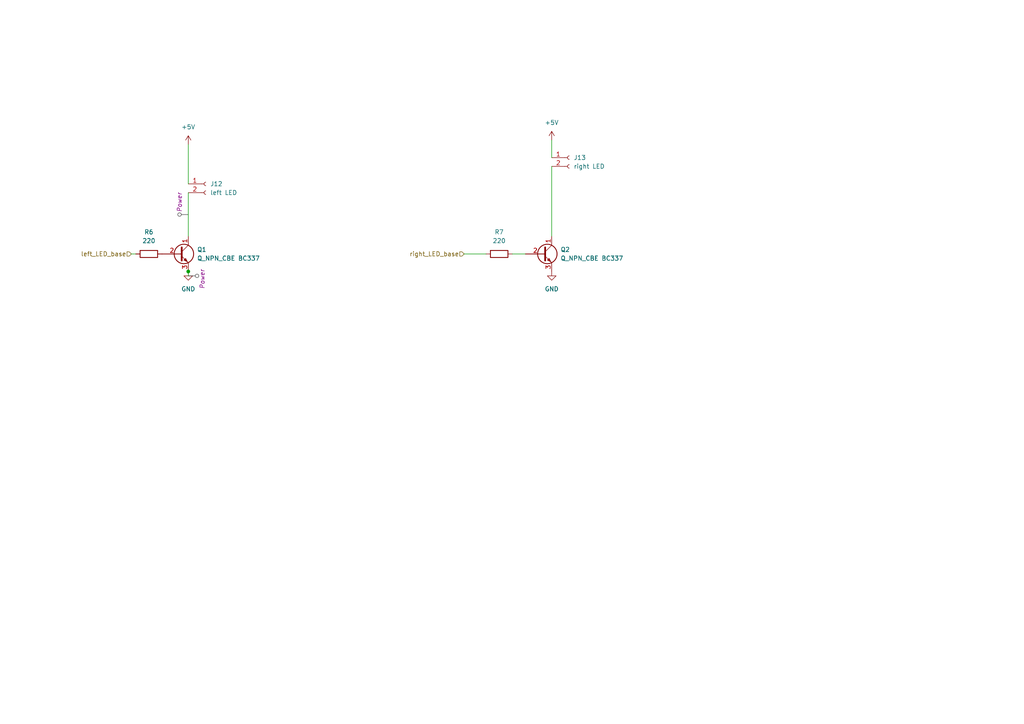
<source format=kicad_sch>
(kicad_sch (version 20231120) (generator "eeschema") (generator_version "8.0")
  (paper "A4")
  (lib_symbols
    (symbol "Connector:Conn_01x02_Socket" (pin_names (offset 1.016) hide)
      (property "Reference" "J" (at 0 2.54 0))
      (property "Value" "Conn_01x02_Socket" (at 0 -5.08 0))
      (symbol "Conn_01x02_Socket_1_1"
        (arc (start 0 -2.032) (mid -0.5058 -2.54) (end 0 -3.048) (stroke (width 0.1524)))
        (polyline (pts (xy -1.27 -2.54) (xy -0.508 -2.54)) (stroke (width 0.1524)))
        (polyline (pts (xy -1.27 0) (xy -0.508 0)) (stroke (width 0.1524)))
        (arc (start 0 0.508) (mid -0.5058 0) (end 0 -0.508) (stroke (width 0.1524)))
        (pin passive line (at -5.08 0 0) (length 3.81) (name "Pin_1") (number "1"))
        (pin passive line (at -5.08 -2.54 0) (length 3.81) (name "Pin_2") (number "2"))
      )
    )
    (symbol "Device:Q_NPN_CBE" (pin_names (offset 0) hide)
      (property "Reference" "Q" (at 5.08 1.27 0))
      (property "Value" "Q_NPN_CBE" (at 5.08 -1.27 0))
      (symbol "Q_NPN_CBE_0_1"
        (polyline (pts (xy 0.635 0.635) (xy 2.54 2.54)))
        (polyline (pts (xy 0.635 -0.635) (xy 2.54 -2.54) (xy 2.54 -2.54)))
        (polyline (pts (xy 0.635 1.905) (xy 0.635 -1.905) (xy 0.635 -1.905)) (stroke (width 0.508)))
        (polyline (pts (xy 1.27 -1.778) (xy 1.778 -1.27) (xy 2.286 -2.286) (xy 1.27 -1.778) (xy 1.27 -1.778)) (fill (type outline)))
        (circle (center 1.27 0) (radius 2.8194) (stroke (width 0.254)))
      )
      (symbol "Q_NPN_CBE_1_1"
        (pin passive line (at 2.54 5.08 270) (length 2.54) (name "C") (number "1"))
        (pin input line (at -5.08 0 0) (length 5.715) (name "B") (number "2"))
        (pin passive line (at 2.54 -5.08 90) (length 2.54) (name "E") (number "3"))
      )
    )
    (symbol "Device:R" (pin_numbers hide) (pin_names (offset 0))
      (property "Reference" "R" (at 2.032 0 90))
      (property "Value" "R" (at 0 0 90))
      (symbol "R_0_1"
        (rectangle (start -1.016 -2.54) (end 1.016 2.54) (stroke (width 0.254)))
      )
      (symbol "R_1_1"
        (pin passive line (at 0 3.81 270) (length 1.27) (name "~") (number "1"))
        (pin passive line (at 0 -3.81 90) (length 1.27) (name "~") (number "2"))
      )
    )
    (symbol "power:+5V" (power) (pin_numbers hide) (pin_names (offset 0) hide)
      (property "Value" "+5V" (at 0 3.556 0))
      (symbol "+5V_0_1"
        (polyline (pts (xy -0.762 1.27) (xy 0 2.54)))
        (polyline (pts (xy 0 0) (xy 0 2.54)))
        (polyline (pts (xy 0 2.54) (xy 0.762 1.27)))
      )
      (symbol "+5V_1_1"
        (pin power_in line (at 0 0 90) (length 0) (name "~") (number "1"))
      )
    )
    (symbol "power:GND" (power) (pin_numbers hide) (pin_names (offset 0) hide)
      (property "Value" "GND" (at 0 -3.81 0))
      (symbol "GND_0_1"
        (polyline (pts (xy 0 0) (xy 0 -1.27) (xy 1.27 -1.27) (xy 0 -2.54) (xy -1.27 -1.27) (xy 0 -1.27)))
      )
      (symbol "GND_1_1"
        (pin power_in line (at 0 0 270) (length 0) (name "~") (number "1"))
      )
    )
  )
  (junction (at 54.61 78.74))
  (wire (pts (xy 54.61 41.91) (xy 54.61 53.34)))
  (wire (pts (xy 140.97 73.66) (xy 134.62 73.66)))
  (wire (pts (xy 38.1 73.66) (xy 39.37 73.66)))
  (wire (pts (xy 152.4 73.66) (xy 148.59 73.66)))
  (wire (pts (xy 160.02 48.26) (xy 160.02 68.58)))
  (wire (pts (xy 54.61 55.88) (xy 54.61 68.58)))
  (wire (pts (xy 54.61 80.01) (xy 54.61 78.74)))
  (wire (pts (xy 160.02 40.64) (xy 160.02 45.72)))
  (hierarchical_label "right_LED_base" (shape input) (at 134.62 73.66 180))
  (hierarchical_label "left_LED_base" (shape input) (at 38.1 73.66 180))
  (netclass_flag "" (length 2.54) (shape round) (at 54.61 80.01 270) (property "Netclass" "Power" (at 58.674 83.82 90) (effects (font (italic yes)) (justify left))))
  (netclass_flag "" (length 2.54) (shape round) (at 54.61 62.23 90) (property "Netclass" "Power" (at 52.07 61.5315 90) (effects (font (italic yes)) (justify left))))
  (symbol (lib_id "Device:R") (at 43.18 73.66 90) (unit 1)
    (property "Reference" "R6" (at 43.18 67.31 90))
    (property "Value" "220" (at 43.18 69.85 90))
    (property "Footprint" "Resistor_THT:R_Axial_DIN0204_L3.6mm_D1.6mm_P5.08mm_Horizontal" (effects (hide yes)))
    (property "Description" "Resistor" (effects (hide yes)))
  )
  (symbol (lib_id "Device:R") (at 144.78 73.66 90) (unit 1)
    (property "Reference" "R7" (at 144.78 67.31 90))
    (property "Value" "220" (at 144.78 69.85 90))
    (property "Footprint" "Resistor_THT:R_Axial_DIN0204_L3.6mm_D1.6mm_P5.08mm_Horizontal" (effects (hide yes)))
    (property "Description" "Resistor" (effects (hide yes)))
  )
  (symbol (lib_id "Connector:Conn_01x02_Socket") (at 165.1 45.72 0) (unit 1)
    (property "Reference" "J13" (at 166.37 45.7199 0) (effects (justify left)))
    (property "Value" "right LED" (at 166.37 48.2599 0) (effects (justify left)))
    (property "Footprint" "Connector_PinSocket_2.54mm:PinSocket_1x02_P2.54mm_Vertical" (effects (hide yes)))
    (property "Description" "Generic connector, single row, 01x02, script generated" (effects (hide yes)))
  )
  (symbol (lib_id "power:GND") (at 54.61 78.74 0) (unit 1)
    (property "Reference" "#PWR011" (effects (hide yes)))
    (property "Value" "GND" (at 54.61 83.82 0))
    (property "Description" "Power symbol creates a global label with name \"GND\" , ground" (effects (hide yes)))
  )
  (symbol (lib_id "power:GND") (at 160.02 78.74 0) (unit 1)
    (property "Reference" "#PWR012" (effects (hide yes)))
    (property "Value" "GND" (at 160.02 83.82 0))
    (property "Description" "Power symbol creates a global label with name \"GND\" , ground" (effects (hide yes)))
  )
  (symbol (lib_id "Device:Q_NPN_CBE") (at 52.07 73.66 0) (unit 1)
    (property "Reference" "Q1" (at 57.15 72.3899 0) (effects (justify left)))
    (property "Value" "Q_NPN_CBE BC337" (at 57.15 74.9299 0) (effects (justify left)))
    (property "Footprint" "Package_TO_SOT_THT:TO-92" (effects (hide yes)))
    (property "Description" "NPN transistor, collector/base/emitter" (effects (hide yes)))
  )
  (symbol (lib_id "Device:Q_NPN_CBE") (at 157.48 73.66 0) (unit 1)
    (property "Reference" "Q2" (at 162.56 72.3899 0) (effects (justify left)))
    (property "Value" "Q_NPN_CBE BC337" (at 162.56 74.9299 0) (effects (justify left)))
    (property "Footprint" "Package_TO_SOT_THT:TO-92" (effects (hide yes)))
    (property "Description" "NPN transistor, collector/base/emitter" (effects (hide yes)))
  )
  (symbol (lib_id "power:+5V") (at 54.61 41.91 0) (unit 1)
    (property "Reference" "#PWR09" (effects (hide yes)))
    (property "Value" "+5V" (at 54.61 36.83 0))
    (property "Description" "Power symbol creates a global label with name \"+5V\"" (effects (hide yes)))
  )
  (symbol (lib_id "Connector:Conn_01x02_Socket") (at 59.69 53.34 0) (unit 1)
    (property "Reference" "J12" (at 60.96 53.3399 0) (effects (justify left)))
    (property "Value" "left LED" (at 60.96 55.8799 0) (effects (justify left)))
    (property "Footprint" "Connector_PinSocket_2.54mm:PinSocket_1x02_P2.54mm_Vertical" (effects (hide yes)))
    (property "Description" "Generic connector, single row, 01x02, script generated" (effects (hide yes)))
  )
  (symbol (lib_id "power:+5V") (at 160.02 40.64 0) (unit 1)
    (property "Reference" "#PWR010" (effects (hide yes)))
    (property "Value" "+5V" (at 160.02 35.56 0))
    (property "Description" "Power symbol creates a global label with name \"+5V\"" (effects (hide yes)))
  )
)
</source>
